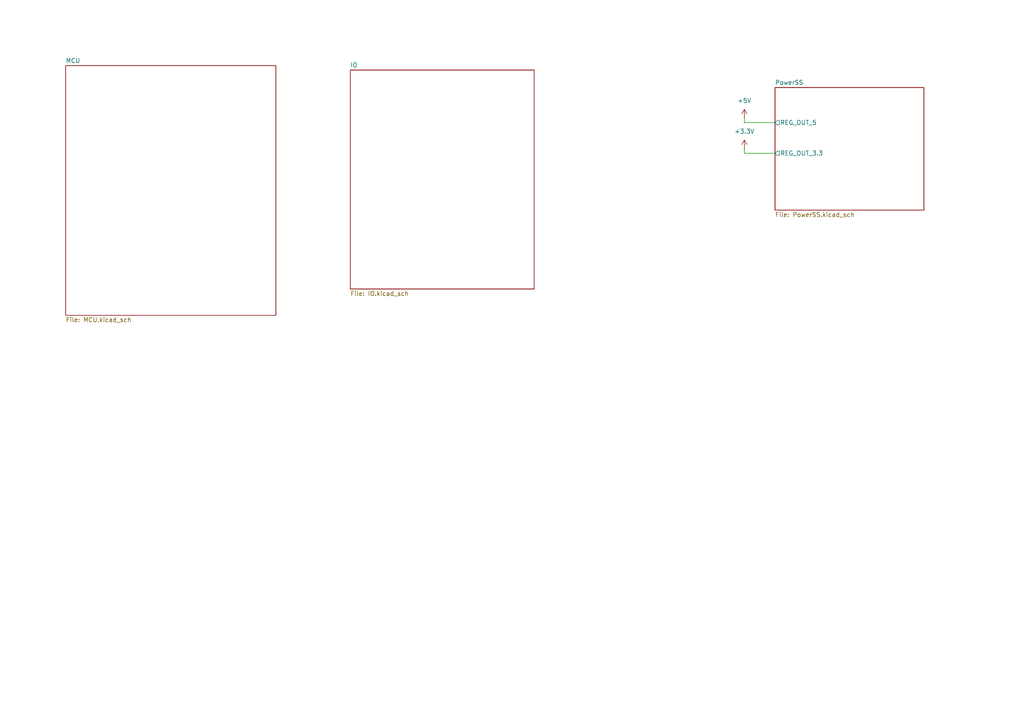
<source format=kicad_sch>
(kicad_sch (version 20250114) (generator "eeschema") (generator_version "9.0")
  (paper "A4")
  (lib_symbols
    (symbol "power:+3.3V" (power) (pin_numbers (hide yes)) (pin_names (offset 0) (hide yes))
      (property "Value" "+3.3V" (at 0 3.556 0))
      (symbol "+3.3V_0_1"
        (polyline (pts (xy -0.762 1.27) (xy 0 2.54)))
        (polyline (pts (xy 0 2.54) (xy 0.762 1.27)))
        (polyline (pts (xy 0 0) (xy 0 2.54)))
      )
      (symbol "+3.3V_1_1"
        (pin power_in line (at 0 0 90) (length 0) (name "~") (number "1"))
      )
    )
    (symbol "power:+5V" (power) (pin_numbers (hide yes)) (pin_names (offset 0) (hide yes))
      (property "Value" "+5V" (at 0 3.556 0))
      (symbol "+5V_0_1"
        (polyline (pts (xy -0.762 1.27) (xy 0 2.54)))
        (polyline (pts (xy 0 2.54) (xy 0.762 1.27)))
        (polyline (pts (xy 0 0) (xy 0 2.54)))
      )
      (symbol "+5V_1_1"
        (pin power_in line (at 0 0 90) (length 0) (name "~") (number "1"))
      )
    )
  )
  (wire (pts (xy 224.79 35.56) (xy 215.9 35.56)))
  (wire (pts (xy 224.79 44.45) (xy 215.9 44.45)))
  (wire (pts (xy 215.9 43.18) (xy 215.9 44.45)))
  (wire (pts (xy 215.9 34.29) (xy 215.9 35.56)))
  (symbol (lib_id "power:+3.3V") (at 215.9 43.18 0) (unit 1)
    (property "Reference" "#PWR0102" (effects (hide yes)))
    (property "Value" "+3.3V" (at 215.9 38.1 0))
    (property "Description" "Power symbol creates a global label with name \"+3.3V\"" (effects (hide yes)))
  )
  (symbol (lib_id "power:+5V") (at 215.9 34.29 0) (unit 1)
    (property "Reference" "#PWR0101" (effects (hide yes)))
    (property "Value" "+5V" (at 215.9 29.21 0))
    (property "Description" "Power symbol creates a global label with name \"+5V\"" (effects (hide yes)))
  )
  (sheet (at 224.79 25.4) (size 43.18 35.56) (stroke (width 0.1524))
    (property "Sheetname" "PowerSS" (at 224.79 24.6884 0) (effects (justify left bottom)))
    (property "Sheetfile" "PowerSS.kicad_sch" (at 224.79 61.5446 0) (effects (justify left top)))
    (pin "REG_OUT_5" output (at 224.79 35.56 180))
    (pin "REG_OUT_3.3" output (at 224.79 44.45 180))
  )
  (sheet (at 19.05 19.05) (size 60.96 72.39) (stroke (width 0.1524))
    (property "Sheetname" "MCU" (at 19.05 18.3384 0) (effects (justify left bottom)))
    (property "Sheetfile" "MCU.kicad_sch" (at 19.05 92.0246 0) (effects (justify left top)))
  )
  (sheet (at 101.6 20.32) (size 53.34 63.5) (stroke (width 0.1524))
    (property "Sheetname" "IO" (at 101.6 19.6084 0) (effects (justify left bottom)))
    (property "Sheetfile" "IO.kicad_sch" (at 101.6 84.4046 0) (effects (justify left top)))
  )
)
</source>
